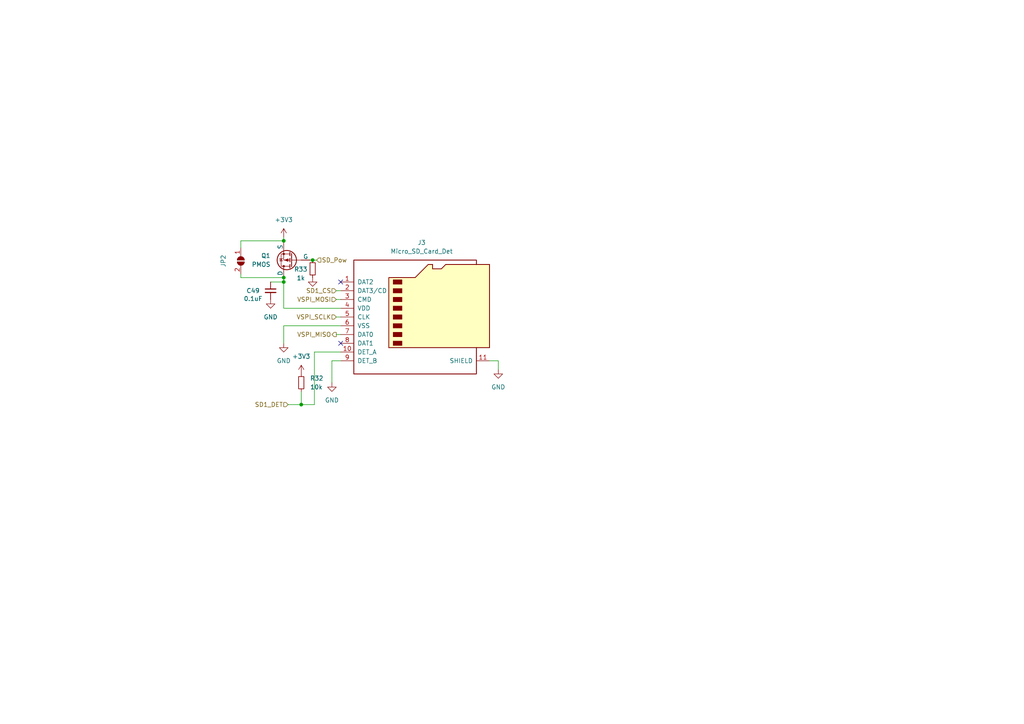
<source format=kicad_sch>
(kicad_sch (version 20231120) (generator "eeschema") (generator_version "8.0")
  (paper "A4")
  (lib_symbols
    (symbol "Connector:Micro_SD_Card_Det" (pin_names (offset 1.016))
      (property "Reference" "J" (at -16.51 17.78 0))
      (property "Value" "Micro_SD_Card_Det" (at 16.51 17.78 0))
      (symbol "Micro_SD_Card_Det_0_1"
        (rectangle (start -7.62 -6.985) (end -5.08 -8.255) (fill (type outline)))
        (rectangle (start -7.62 -4.445) (end -5.08 -5.715) (fill (type outline)))
        (rectangle (start -7.62 -1.905) (end -5.08 -3.175) (fill (type outline)))
        (rectangle (start -7.62 0.635) (end -5.08 -0.635) (fill (type outline)))
        (rectangle (start -7.62 3.175) (end -5.08 1.905) (fill (type outline)))
        (rectangle (start -7.62 5.715) (end -5.08 4.445) (fill (type outline)))
        (rectangle (start -7.62 8.255) (end -5.08 6.985) (fill (type outline)))
        (rectangle (start -7.62 10.795) (end -5.08 9.525) (fill (type outline)))
        (polyline (pts (xy 16.51 15.24) (xy 16.51 16.51) (xy -19.05 16.51) (xy -19.05 -16.51) (xy 16.51 -16.51) (xy 16.51 -8.89)) (stroke (width 0.254)))
        (polyline (pts (xy -8.89 -8.89) (xy -8.89 11.43) (xy -1.27 11.43) (xy 2.54 15.24) (xy 3.81 15.24) (xy 3.81 13.97) (xy 6.35 13.97) (xy 7.62 15.24) (xy 20.32 15.24) (xy 20.32 -8.89) (xy -8.89 -8.89)) (stroke (width 0.254)) (fill (type background)))
      )
      (symbol "Micro_SD_Card_Det_1_1"
        (pin bidirectional line (at -22.86 10.16 0) (length 3.81) (name "DAT2") (number "1"))
        (pin passive line (at -22.86 -10.16 0) (length 3.81) (name "DET_A") (number "10"))
        (pin passive line (at 20.32 -12.7 180) (length 3.81) (name "SHIELD") (number "11"))
        (pin bidirectional line (at -22.86 7.62 0) (length 3.81) (name "DAT3/CD") (number "2"))
        (pin input line (at -22.86 5.08 0) (length 3.81) (name "CMD") (number "3"))
        (pin power_in line (at -22.86 2.54 0) (length 3.81) (name "VDD") (number "4"))
        (pin input line (at -22.86 0 0) (length 3.81) (name "CLK") (number "5"))
        (pin power_in line (at -22.86 -2.54 0) (length 3.81) (name "VSS") (number "6"))
        (pin bidirectional line (at -22.86 -5.08 0) (length 3.81) (name "DAT0") (number "7"))
        (pin bidirectional line (at -22.86 -7.62 0) (length 3.81) (name "DAT1") (number "8"))
        (pin passive line (at -22.86 -12.7 0) (length 3.81) (name "DET_B") (number "9"))
      )
    )
    (symbol "Device:C_Small" (pin_numbers hide) (pin_names (offset 0.254) hide)
      (property "Reference" "C" (at 0.254 1.778 0))
      (property "Value" "C_Small" (at 0.254 -2.032 0))
      (symbol "C_Small_0_1"
        (polyline (pts (xy -1.524 -0.508) (xy 1.524 -0.508)) (stroke (width 0.3302)))
        (polyline (pts (xy -1.524 0.508) (xy 1.524 0.508)) (stroke (width 0.3048)))
      )
      (symbol "C_Small_1_1"
        (pin passive line (at 0 2.54 270) (length 2.032) (name "~") (number "1"))
        (pin passive line (at 0 -2.54 90) (length 2.032) (name "~") (number "2"))
      )
    )
    (symbol "Device:R_Small" (pin_numbers hide) (pin_names (offset 0.254) hide)
      (property "Reference" "R" (at 0.762 0.508 0))
      (property "Value" "R_Small" (at 0.762 -1.016 0))
      (symbol "R_Small_0_1"
        (rectangle (start -0.762 1.778) (end 0.762 -1.778) (stroke (width 0.2032)))
      )
      (symbol "R_Small_1_1"
        (pin passive line (at 0 2.54 270) (length 0.762) (name "~") (number "1"))
        (pin passive line (at 0 -2.54 90) (length 0.762) (name "~") (number "2"))
      )
    )
    (symbol "Jumper:SolderJumper_2_Open" (pin_names (offset 0) hide)
      (property "Reference" "JP" (at 0 2.032 0))
      (property "Value" "SolderJumper_2_Open" (at 0 -2.54 0))
      (symbol "SolderJumper_2_Open_0_1"
        (arc (start -0.254 1.016) (mid -1.2656 0) (end -0.254 -1.016))
        (arc (start -0.254 1.016) (mid -1.2656 0) (end -0.254 -1.016) (fill (type outline)))
        (polyline (pts (xy -0.254 1.016) (xy -0.254 -1.016)))
        (polyline (pts (xy 0.254 1.016) (xy 0.254 -1.016)))
        (arc (start 0.254 -1.016) (mid 1.2656 0) (end 0.254 1.016))
        (arc (start 0.254 -1.016) (mid 1.2656 0) (end 0.254 1.016) (fill (type outline)))
      )
      (symbol "SolderJumper_2_Open_1_1"
        (pin passive line (at -3.81 0 0) (length 2.54) (name "A") (number "1"))
        (pin passive line (at 3.81 0 180) (length 2.54) (name "B") (number "2"))
      )
    )
    (symbol "Simulation_SPICE:PMOS" (pin_numbers hide) (pin_names (offset 0))
      (property "Reference" "Q" (at 5.08 1.27 0))
      (property "Value" "PMOS" (at 5.08 -1.27 0))
      (symbol "PMOS_0_1"
        (polyline (pts (xy 0.254 0) (xy -2.54 0)))
        (polyline (pts (xy 0.254 1.905) (xy 0.254 -1.905)) (stroke (width 0.254)))
        (polyline (pts (xy 0.762 -1.27) (xy 0.762 -2.286)) (stroke (width 0.254)))
        (polyline (pts (xy 0.762 0.508) (xy 0.762 -0.508)) (stroke (width 0.254)))
        (polyline (pts (xy 0.762 2.286) (xy 0.762 1.27)) (stroke (width 0.254)))
        (polyline (pts (xy 2.54 2.54) (xy 2.54 1.778)))
        (polyline (pts (xy 2.54 -2.54) (xy 2.54 0) (xy 0.762 0)))
        (polyline (pts (xy 0.762 1.778) (xy 3.302 1.778) (xy 3.302 -1.778) (xy 0.762 -1.778)))
        (polyline (pts (xy 2.286 0) (xy 1.27 0.381) (xy 1.27 -0.381) (xy 2.286 0)) (fill (type outline)))
        (polyline (pts (xy 2.794 -0.508) (xy 2.921 -0.381) (xy 3.683 -0.381) (xy 3.81 -0.254)))
        (polyline (pts (xy 3.302 -0.381) (xy 2.921 0.254) (xy 3.683 0.254) (xy 3.302 -0.381)))
        (circle (center 1.651 0) (radius 2.794) (stroke (width 0.254)))
        (circle (center 2.54 -1.778) (radius 0.254) (fill (type outline)))
        (circle (center 2.54 1.778) (radius 0.254) (fill (type outline)))
      )
      (symbol "PMOS_1_1"
        (pin passive line (at 2.54 5.08 270) (length 2.54) (name "D") (number "1"))
        (pin input line (at -5.08 0 0) (length 2.54) (name "G") (number "2"))
        (pin passive line (at 2.54 -5.08 90) (length 2.54) (name "S") (number "3"))
      )
    )
    (symbol "power:+3.3V" (power) (pin_names (offset 0))
      (property "Value" "+3.3V" (at 0 3.556 0))
      (symbol "+3.3V_0_1"
        (polyline (pts (xy -0.762 1.27) (xy 0 2.54)))
        (polyline (pts (xy 0 0) (xy 0 2.54)))
        (polyline (pts (xy 0 2.54) (xy 0.762 1.27)))
      )
      (symbol "+3.3V_1_1"
        (pin power_in line (at 0 0 90) (length 0) hide (name "+3V3") (number "1"))
      )
    )
    (symbol "power:GND" (power) (pin_names (offset 0))
      (property "Value" "GND" (at 0 -3.81 0))
      (symbol "GND_0_1"
        (polyline (pts (xy 0 0) (xy 0 -1.27) (xy 1.27 -1.27) (xy 0 -2.54) (xy -1.27 -1.27) (xy 0 -1.27)))
      )
      (symbol "GND_1_1"
        (pin power_in line (at 0 0 270) (length 0) hide (name "GND") (number "1"))
      )
    )
  )
  (junction (at 82.296 80.518))
  (junction (at 90.678 75.438))
  (junction (at 82.296 81.788))
  (junction (at 87.376 117.348))
  (junction (at 82.296 69.85))
  (no_connect (at 98.806 81.788))
  (no_connect (at 98.806 99.568))
  (wire (pts (xy 91.186 102.108) (xy 91.186 117.348)))
  (wire (pts (xy 83.566 117.348) (xy 87.376 117.348)))
  (wire (pts (xy 87.376 113.538) (xy 87.376 117.348)))
  (wire (pts (xy 82.296 69.85) (xy 82.296 70.358)))
  (wire (pts (xy 82.296 81.788) (xy 82.296 89.408)))
  (wire (pts (xy 96.266 104.648) (xy 96.266 110.998)))
  (wire (pts (xy 78.486 81.788) (xy 82.296 81.788)))
  (wire (pts (xy 82.296 80.518) (xy 82.296 81.788)))
  (wire (pts (xy 98.806 104.648) (xy 96.266 104.648)))
  (wire (pts (xy 97.536 97.028) (xy 98.806 97.028)))
  (wire (pts (xy 89.916 75.438) (xy 90.678 75.438)))
  (wire (pts (xy 90.678 75.438) (xy 91.821 75.438)))
  (wire (pts (xy 69.85 71.882) (xy 69.85 69.85)))
  (wire (pts (xy 98.806 94.488) (xy 82.296 94.488)))
  (wire (pts (xy 91.186 117.348) (xy 87.376 117.348)))
  (wire (pts (xy 98.806 89.408) (xy 82.296 89.408)))
  (wire (pts (xy 141.986 104.648) (xy 144.526 104.648)))
  (wire (pts (xy 97.536 86.868) (xy 98.806 86.868)))
  (wire (pts (xy 69.85 80.518) (xy 69.85 79.502)))
  (wire (pts (xy 97.536 91.948) (xy 98.806 91.948)))
  (wire (pts (xy 82.296 94.488) (xy 82.296 99.568)))
  (wire (pts (xy 69.85 69.85) (xy 82.296 69.85)))
  (wire (pts (xy 97.536 84.328) (xy 98.806 84.328)))
  (wire (pts (xy 82.296 68.834) (xy 82.296 69.85)))
  (wire (pts (xy 98.806 102.108) (xy 91.186 102.108)))
  (wire (pts (xy 82.296 80.518) (xy 69.85 80.518)))
  (wire (pts (xy 144.526 104.648) (xy 144.526 107.188)))
  (hierarchical_label "VSPI_SCLK" (shape input) (at 97.536 91.948 180))
  (hierarchical_label "VSPI_MISO" (shape output) (at 97.536 97.028 180))
  (hierarchical_label "VSPI_MOSI" (shape input) (at 97.536 86.868 180))
  (hierarchical_label "SD1_CS" (shape input) (at 97.536 84.328 180))
  (hierarchical_label "SD_Pow" (shape input) (at 91.821 75.438 0))
  (hierarchical_label "SD1_DET" (shape input) (at 83.566 117.348 180))
  (symbol (lib_id "power:GND") (at 96.266 110.998 0) (unit 1)
    (property "Reference" "#PWR086" (effects (hide yes)))
    (property "Value" "GND" (at 96.266 116.078 0))
  )
  (symbol (lib_id "power:+3.3V") (at 82.296 68.834 0) (unit 1)
    (property "Reference" "#PWR082" (effects (hide yes)))
    (property "Value" "+3V3" (at 82.296 63.754 0))
  )
  (symbol (lib_id "power:+3.3V") (at 87.376 108.458 0) (unit 1)
    (property "Reference" "#PWR084" (effects (hide yes)))
    (property "Value" "+3V3" (at 87.376 103.378 0))
  )
  (symbol (lib_id "Jumper:SolderJumper_2_Open") (at 69.85 75.692 270) (unit 1)
    (property "Reference" "JP2" (at 64.77 75.692 0))
    (property "Value" "SolderJumper_2_Open" (effects (hide yes)))
    (property "Footprint" "iclr:SmallerSolderJP" (effects (hide yes)))
  )
  (symbol (lib_id "power:GND") (at 144.526 107.188 0) (unit 1)
    (property "Reference" "#PWR087" (effects (hide yes)))
    (property "Value" "GND" (at 144.526 112.268 0))
  )
  (symbol (lib_id "Device:R_Small") (at 90.678 77.978 180) (unit 1)
    (property "Reference" "R33" (at 87.249 78.1081 0))
    (property "Value" "1k" (at 87.249 80.645 0))
    (property "Footprint" "Resistor_SMD:R_0402_1005Metric" (effects (hide yes)))
  )
  (symbol (lib_id "Device:R_Small") (at 87.376 110.998 0) (unit 1)
    (property "Reference" "R32" (at 89.916 109.7279 0) (effects (justify left)))
    (property "Value" "10k" (at 89.916 112.2679 0) (effects (justify left)))
    (property "Footprint" "Resistor_SMD:R_0402_1005Metric" (effects (hide yes)))
  )
  (symbol (lib_id "power:GND") (at 90.678 80.518 0) (unit 1)
    (property "Reference" "#PWR085" (effects (hide yes)))
    (property "Value" "GND" (effects (hide yes)))
  )
  (symbol (lib_id "Simulation_SPICE:PMOS") (at 84.836 75.438 180) (unit 1)
    (property "Reference" "Q1" (at 78.486 74.168 0) (effects (justify left)))
    (property "Value" "PMOS" (at 78.486 76.708 0) (effects (justify left)))
    (property "Footprint" "Package_TO_SOT_SMD:SOT-723" (effects (hide yes)))
    (property "Datasheet" "https://ngspice.sourceforge.io/docs/ngspice-manual.pdf" (effects (hide yes)))
    (property "Sim.Device" "PMOS" (effects (hide yes)))
    (property "Sim.Type" "VDMOS" (effects (hide yes)))
    (property "Sim.Pins" "1=D 2=G 3=S" (effects (hide yes)))
  )
  (symbol (lib_id "Device:C_Small") (at 78.486 84.328 0) (unit 1)
    (property "Reference" "C49" (at 73.406 84.328 0))
    (property "Value" "0.1uF" (at 73.406 86.6394 0))
    (property "Footprint" "Capacitor_SMD:C_0402_1005Metric" (effects (hide yes)))
  )
  (symbol (lib_id "power:GND") (at 82.296 99.568 0) (unit 1)
    (property "Reference" "#PWR083" (effects (hide yes)))
    (property "Value" "GND" (at 82.296 104.648 0))
  )
  (symbol (lib_id "power:GND") (at 78.486 86.868 0) (unit 1)
    (property "Reference" "#PWR081" (effects (hide yes)))
    (property "Value" "GND" (at 78.486 91.948 0))
  )
  (symbol (lib_id "Connector:Micro_SD_Card_Det") (at 121.666 91.948 0) (unit 1)
    (property "Reference" "J3" (at 122.301 70.358 0))
    (property "Value" "Micro_SD_Card_Det" (at 122.301 72.898 0))
    (property "Footprint" "Connector_Card:microSD_HC_Hirose_DM3AT-SF-PEJM5" (effects (hide yes)))
    (property "Datasheet" "https://www.hirose.com/product/en/download_file/key_name/DM3/category/Catalog/doc_file_id/49662/?file_category_id=4&item_id=195&is_series=1" (effects (hide yes)))
  )
)
</source>
